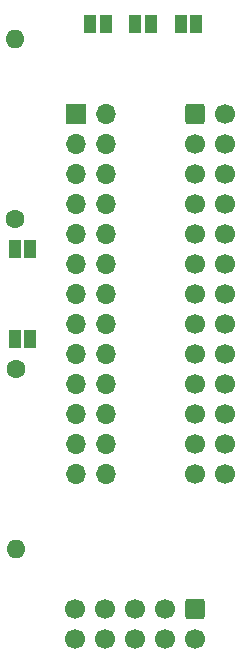
<source format=gbr>
%TF.GenerationSoftware,KiCad,Pcbnew,7.0.8*%
%TF.CreationDate,2024-12-22T17:31:23+01:00*%
%TF.ProjectId,pctransporter,70637472-616e-4737-906f-727465722e6b,rev?*%
%TF.SameCoordinates,Original*%
%TF.FileFunction,Soldermask,Top*%
%TF.FilePolarity,Negative*%
%FSLAX46Y46*%
G04 Gerber Fmt 4.6, Leading zero omitted, Abs format (unit mm)*
G04 Created by KiCad (PCBNEW 7.0.8) date 2024-12-22 17:31:23*
%MOMM*%
%LPD*%
G01*
G04 APERTURE LIST*
G04 Aperture macros list*
%AMRoundRect*
0 Rectangle with rounded corners*
0 $1 Rounding radius*
0 $2 $3 $4 $5 $6 $7 $8 $9 X,Y pos of 4 corners*
0 Add a 4 corners polygon primitive as box body*
4,1,4,$2,$3,$4,$5,$6,$7,$8,$9,$2,$3,0*
0 Add four circle primitives for the rounded corners*
1,1,$1+$1,$2,$3*
1,1,$1+$1,$4,$5*
1,1,$1+$1,$6,$7*
1,1,$1+$1,$8,$9*
0 Add four rect primitives between the rounded corners*
20,1,$1+$1,$2,$3,$4,$5,0*
20,1,$1+$1,$4,$5,$6,$7,0*
20,1,$1+$1,$6,$7,$8,$9,0*
20,1,$1+$1,$8,$9,$2,$3,0*%
G04 Aperture macros list end*
%ADD10R,1.700000X1.700000*%
%ADD11O,1.700000X1.700000*%
%ADD12O,1.600000X1.600000*%
%ADD13C,1.600000*%
%ADD14C,1.700000*%
%ADD15RoundRect,0.250000X-0.600000X0.600000X-0.600000X-0.600000X0.600000X-0.600000X0.600000X0.600000X0*%
%ADD16R,1.000000X1.500000*%
%ADD17RoundRect,0.250000X-0.600000X-0.600000X0.600000X-0.600000X0.600000X0.600000X-0.600000X0.600000X0*%
G04 APERTURE END LIST*
D10*
%TO.C,J17*%
X36870000Y-35555000D03*
D11*
X39410000Y-35555000D03*
X36870000Y-38095000D03*
X39410000Y-38095000D03*
X36870000Y-40635000D03*
X39410000Y-40635000D03*
X36870000Y-43175000D03*
X39410000Y-43175000D03*
X36870000Y-45715000D03*
X39410000Y-45715000D03*
X36870000Y-48255000D03*
X39410000Y-48255000D03*
X36870000Y-50795000D03*
X39410000Y-50795000D03*
X36870000Y-53335000D03*
X39410000Y-53335000D03*
X36870000Y-55875000D03*
X39410000Y-55875000D03*
X36870000Y-58415000D03*
X39410000Y-58415000D03*
X36870000Y-60955000D03*
X39410000Y-60955000D03*
X36870000Y-63495000D03*
X39410000Y-63495000D03*
X36870000Y-66035000D03*
X39410000Y-66035000D03*
%TD*%
D12*
%TO.C,R1*%
X31750000Y-29205000D03*
D13*
X31750000Y-44445000D03*
%TD*%
D14*
%TO.C,J1*%
X36830000Y-80005000D03*
X36830000Y-77465000D03*
X39370000Y-80005000D03*
X39370000Y-77465000D03*
X41910000Y-80005000D03*
X41910000Y-77465000D03*
X44450000Y-80005000D03*
X44450000Y-77465000D03*
X46990000Y-80005000D03*
D15*
X46990000Y-77465000D03*
%TD*%
D12*
%TO.C,R2*%
X31790000Y-72385000D03*
D13*
X31790000Y-57145000D03*
%TD*%
D16*
%TO.C,JP5*%
X33020000Y-54605000D03*
X31720000Y-54605000D03*
%TD*%
%TO.C,JP4*%
X33020000Y-46985000D03*
X31720000Y-46985000D03*
%TD*%
%TO.C,JP1*%
X38100000Y-27935000D03*
X39400000Y-27935000D03*
%TD*%
%TO.C,JP3*%
X47050000Y-27935000D03*
X45750000Y-27935000D03*
%TD*%
%TO.C,JP2*%
X43210000Y-27935000D03*
X41910000Y-27935000D03*
%TD*%
D14*
%TO.C,J2*%
X49530000Y-66035000D03*
X46990000Y-66035000D03*
X49530000Y-63495000D03*
X46990000Y-63495000D03*
X49530000Y-60955000D03*
X46990000Y-60955000D03*
X49530000Y-58415000D03*
X46990000Y-58415000D03*
X49530000Y-55875000D03*
X46990000Y-55875000D03*
X49530000Y-53335000D03*
X46990000Y-53335000D03*
X49530000Y-50795000D03*
X46990000Y-50795000D03*
X49530000Y-48255000D03*
X46990000Y-48255000D03*
X49530000Y-45715000D03*
X46990000Y-45715000D03*
X49530000Y-43175000D03*
X46990000Y-43175000D03*
X49530000Y-40635000D03*
X46990000Y-40635000D03*
X49530000Y-38095000D03*
X46990000Y-38095000D03*
X49530000Y-35555000D03*
D17*
X46990000Y-35555000D03*
%TD*%
M02*

</source>
